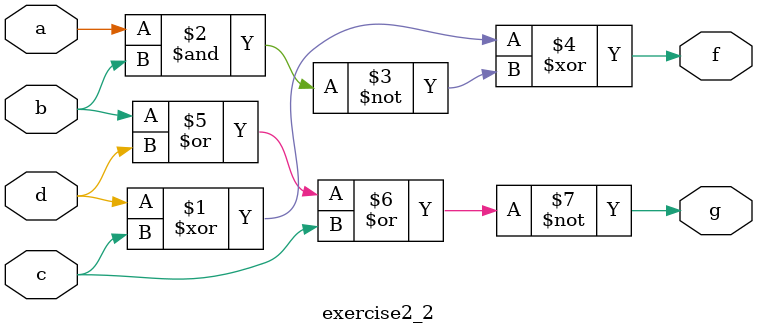
<source format=v>
module exercise2_2(a, b, c, d, f, g);
    input a, b, c, d;
    output f, g;
    assign f = (d^c^(~(a&b)));
    assign g = ~(b|d|c);
endmodule
</source>
